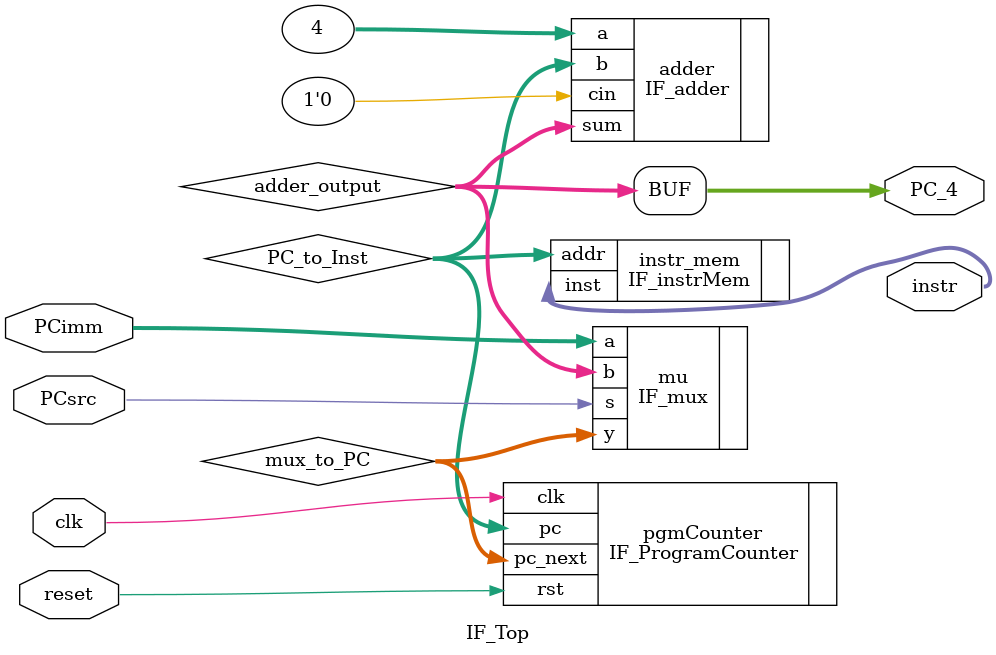
<source format=sv>
module IF_Top#(parameter N = 32) (
  input logic clk,
  input logic reset,
  input logic PCsrc,
  input logic [N-1:0] PCimm,
  output logic [N-1:0] PC_4,
  output logic [N-1:0] instr
);
  
 
  logic [N-1:0] mux_to_PC, PC_to_Inst, adder_output;
 
  
  IF_mux #(32) mu(
    .a(PCimm),
    .b(adder_output),
    .s(PCsrc),
    .y(mux_to_PC)
  );
  
  IF_ProgramCounter#(32) pgmCounter(
    .clk(clk),
    .rst(reset),
    .pc_next(mux_to_PC),
    .pc(PC_to_Inst)
  );
  
  IF_instrMem#(1024,32) instr_mem (
    .addr(PC_to_Inst),
    .inst(instr)
  );
  
  IF_adder#(32) adder (
    .a(32'd4),
    .b(PC_to_Inst),
    .cin(1'b0),
    .sum(adder_output)
//    .sum(PC_4)
  );
  
  assign PC_4 = adder_output;
  
  
endmodule

</source>
